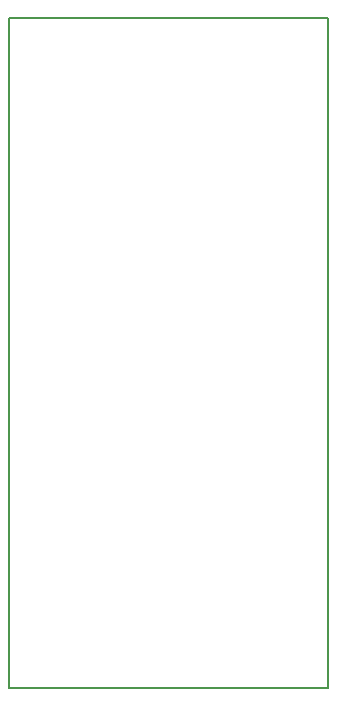
<source format=gm1>
G04 #@! TF.FileFunction,Other,ECO2*
%FSLAX46Y46*%
G04 Gerber Fmt 4.6, Leading zero omitted, Abs format (unit mm)*
G04 Created by KiCad (PCBNEW 4.0.2-stable) date 1/2/2018 2:21:40 AM*
%MOMM*%
G01*
G04 APERTURE LIST*
%ADD10C,0.050000*%
%ADD11C,0.150000*%
G04 APERTURE END LIST*
D10*
D11*
X34712000Y-110465000D02*
X61712000Y-110465000D01*
X61712000Y-53704915D02*
X61712000Y-110465000D01*
X34712000Y-53704915D02*
X61712000Y-53704915D01*
X34712000Y-53704915D02*
X34712000Y-110465000D01*
M02*

</source>
